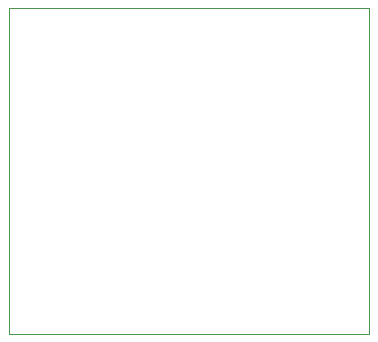
<source format=gbr>
G04 EAGLE Gerber X2 export*
G04 #@! %TF.Part,Single*
G04 #@! %TF.FileFunction,Profile,NP*
G04 #@! %TF.FilePolarity,Positive*
G04 #@! %TF.GenerationSoftware,Autodesk,EAGLE,9.0.0*
G04 #@! %TF.CreationDate,2019-08-08T19:07:45Z*
G75*
%MOMM*%
%FSLAX34Y34*%
%LPD*%
%AMOC8*
5,1,8,0,0,1.08239X$1,22.5*%
G01*
%ADD10C,0.000000*%


D10*
X0Y0D02*
X304600Y0D01*
X304600Y276100D01*
X0Y276100D01*
X0Y0D01*
M02*

</source>
